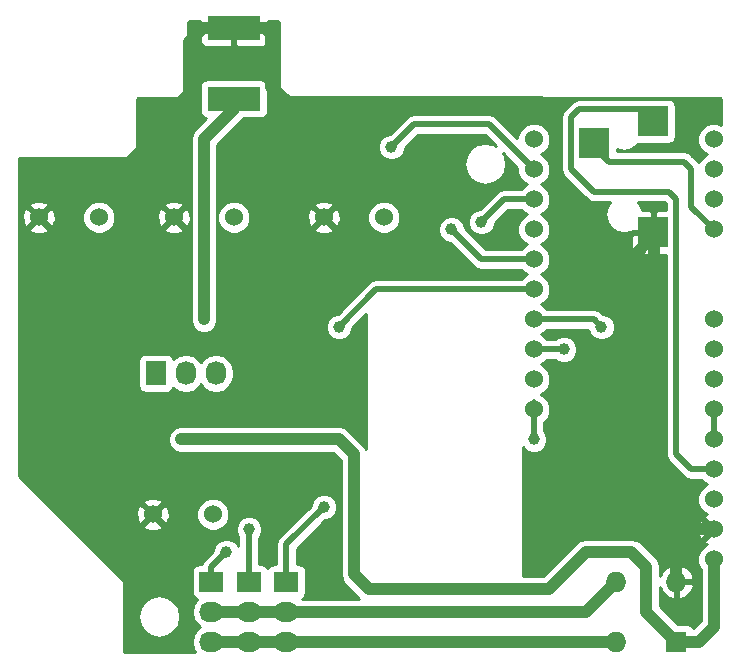
<source format=gtl>
G04 #@! TF.FileFunction,Copper,L1,Top,Signal*
%FSLAX46Y46*%
G04 Gerber Fmt 4.6, Leading zero omitted, Abs format (unit mm)*
G04 Created by KiCad (PCBNEW 4.0.1-stable) date 2016/06/15 21:34:56*
%MOMM*%
G01*
G04 APERTURE LIST*
%ADD10C,0.100000*%
%ADD11R,1.727200X1.727200*%
%ADD12O,1.727200X1.727200*%
%ADD13C,1.524000*%
%ADD14R,1.727200X2.032000*%
%ADD15O,1.727200X2.032000*%
%ADD16R,4.500000X2.000000*%
%ADD17R,2.032000X1.727200*%
%ADD18O,2.032000X1.727200*%
%ADD19R,2.500000X2.500000*%
%ADD20C,1.000000*%
%ADD21C,1.000000*%
%ADD22C,0.500000*%
%ADD23C,0.254000*%
G04 APERTURE END LIST*
D10*
D11*
X152946100Y-138658600D03*
D12*
X152946100Y-133578600D03*
X147866100Y-138658600D03*
X147866100Y-133578600D03*
D13*
X140881100Y-103733600D03*
X140881100Y-118973600D03*
X156121100Y-131673600D03*
X156121100Y-129133600D03*
X156121100Y-126593600D03*
X156121100Y-124053600D03*
X156121100Y-121513600D03*
X156121100Y-118973600D03*
X156121100Y-96113600D03*
X156121100Y-98653600D03*
X156121100Y-101193600D03*
X156121100Y-103733600D03*
X156121100Y-111353600D03*
X156121100Y-113893600D03*
X156121100Y-116433600D03*
X140881100Y-118973600D03*
X140881100Y-116433600D03*
X140881100Y-113893600D03*
X140881100Y-111353600D03*
X140881100Y-108813600D03*
X140881100Y-106273600D03*
X140881100Y-101193600D03*
X140881100Y-98653600D03*
X140881100Y-96113600D03*
X98971100Y-102717600D03*
X104051100Y-102717600D03*
X110401100Y-102717600D03*
X115481100Y-102717600D03*
X123101100Y-102717600D03*
X128181100Y-102717600D03*
X108623100Y-127863600D03*
X113703100Y-127863600D03*
D14*
X108877100Y-115925600D03*
D15*
X111417100Y-115925600D03*
X113957100Y-115925600D03*
D16*
X115481100Y-86668600D03*
X115481100Y-92668600D03*
D17*
X119926100Y-133578600D03*
D18*
X119926100Y-136118600D03*
X119926100Y-138658600D03*
D17*
X116751100Y-133578600D03*
D18*
X116751100Y-136118600D03*
X116751100Y-138658600D03*
D17*
X113576100Y-133578600D03*
D18*
X113576100Y-136118600D03*
X113576100Y-138658600D03*
D19*
X146001100Y-96378600D03*
X151001100Y-94578600D03*
X151001100Y-103978600D03*
D20*
X112941100Y-111353600D03*
X111036100Y-121513600D03*
X123101100Y-127228600D03*
X140881100Y-121513600D03*
X143421100Y-113893600D03*
X116751100Y-129133600D03*
X114846100Y-131038600D03*
X146596100Y-111988600D03*
X128816100Y-96748600D03*
X109131100Y-94843600D03*
X136436100Y-103098600D03*
X133896100Y-103733600D03*
X124371100Y-111988600D03*
D21*
X115481100Y-92668600D02*
X115481100Y-93573600D01*
X115481100Y-93573600D02*
X112941100Y-96113600D01*
X112941100Y-96113600D02*
X112941100Y-111353600D01*
X111036100Y-121513600D02*
X124371100Y-121513600D01*
X124371100Y-121513600D02*
X125641100Y-122783600D01*
X125641100Y-122783600D02*
X125641100Y-132943600D01*
X125641100Y-132943600D02*
X126911100Y-134213600D01*
X126911100Y-134213600D02*
X142151100Y-134213600D01*
X142151100Y-134213600D02*
X145326100Y-131038600D01*
X145326100Y-131038600D02*
X149136100Y-131038600D01*
X149136100Y-131038600D02*
X150406100Y-132308600D01*
X150406100Y-132308600D02*
X150406100Y-136118600D01*
X150406100Y-136118600D02*
X152946100Y-138658600D01*
X152946100Y-138658600D02*
X154851100Y-138658600D01*
X156121100Y-137388600D02*
X156121100Y-131673600D01*
X154851100Y-138658600D02*
X156121100Y-137388600D01*
D22*
X146001100Y-96378600D02*
X146001100Y-96788600D01*
X146001100Y-96788600D02*
X147231100Y-98018600D01*
X147231100Y-98018600D02*
X153581100Y-98018600D01*
X153581100Y-98018600D02*
X154216100Y-98653600D01*
X154216100Y-98653600D02*
X154216100Y-101828600D01*
X154216100Y-101828600D02*
X156121100Y-103733600D01*
X151001100Y-94578600D02*
X150776100Y-94578600D01*
X150776100Y-94578600D02*
X149771100Y-93573600D01*
X149771100Y-93573600D02*
X144691100Y-93573600D01*
X144691100Y-93573600D02*
X144056100Y-94208600D01*
X144056100Y-94208600D02*
X144056100Y-98653600D01*
X144056100Y-98653600D02*
X145961100Y-100558600D01*
X145961100Y-100558600D02*
X152311100Y-100558600D01*
X152311100Y-100558600D02*
X152946100Y-101193600D01*
X152946100Y-101193600D02*
X152946100Y-103098600D01*
X152946100Y-103098600D02*
X152946100Y-122783600D01*
X152946100Y-122783600D02*
X154216100Y-124053600D01*
X154216100Y-124053600D02*
X156121100Y-124053600D01*
X156121100Y-124053600D02*
X155486100Y-124053600D01*
X156121100Y-118973600D02*
X156121100Y-121513600D01*
X140881100Y-118338600D02*
X140881100Y-121513600D01*
X119926100Y-130403600D02*
X119926100Y-133578600D01*
X123101100Y-127228600D02*
X119926100Y-130403600D01*
X143421100Y-113893600D02*
X143421100Y-113893600D01*
X140881100Y-113893600D02*
X143421100Y-113893600D01*
X116751100Y-129133600D02*
X116751100Y-133578600D01*
X140881100Y-111353600D02*
X145961100Y-111353600D01*
X113576100Y-132308600D02*
X113576100Y-133578600D01*
X114846100Y-131038600D02*
X113576100Y-132308600D01*
X145961100Y-111353600D02*
X146596100Y-111988600D01*
D21*
X119926100Y-138658600D02*
X147866100Y-138658600D01*
X116751100Y-138658600D02*
X147866100Y-138658600D01*
X113576100Y-138658600D02*
X147866100Y-138658600D01*
X113576100Y-136118600D02*
X116751100Y-136118600D01*
X113576100Y-136118600D02*
X119926100Y-136118600D01*
X113576100Y-136118600D02*
X145326100Y-136118600D01*
X145326100Y-136118600D02*
X147866100Y-133578600D01*
D22*
X137071100Y-94843600D02*
X140881100Y-98653600D01*
X130721100Y-94843600D02*
X137071100Y-94843600D01*
X128816100Y-96748600D02*
X130721100Y-94843600D01*
D21*
X112861100Y-86668600D02*
X115481100Y-86668600D01*
X111671100Y-87858600D02*
X112861100Y-86668600D01*
X111671100Y-92303600D02*
X111671100Y-87858600D01*
X109131100Y-94843600D02*
X111671100Y-92303600D01*
X151041100Y-103733600D02*
X151041100Y-104163600D01*
X151041100Y-104163600D02*
X149136100Y-106273600D01*
X119926100Y-92938600D02*
X118656100Y-91668600D01*
X118656100Y-91668600D02*
X118656100Y-87223600D01*
X118656100Y-87223600D02*
X118101100Y-86668600D01*
X118101100Y-86668600D02*
X115481100Y-86668600D01*
X149136100Y-106273600D02*
X145961100Y-106273600D01*
X145961100Y-106273600D02*
X142786100Y-103098600D01*
X142786100Y-103098600D02*
X142786100Y-94208600D01*
X142786100Y-94208600D02*
X141516100Y-92938600D01*
X141516100Y-92938600D02*
X119926100Y-92938600D01*
X115481100Y-86668600D02*
X113496100Y-86668600D01*
X151041100Y-103733600D02*
X151041100Y-128498600D01*
X151041100Y-128498600D02*
X152946100Y-130403600D01*
X152946100Y-133578600D02*
X152946100Y-130403600D01*
X154216100Y-129133600D02*
X156121100Y-129133600D01*
X152946100Y-130403600D02*
X154216100Y-129133600D01*
D22*
X140881100Y-101193600D02*
X138341100Y-101193600D01*
X138341100Y-101193600D02*
X136436100Y-103098600D01*
X140881100Y-106273600D02*
X136436100Y-106273600D01*
X136436100Y-106273600D02*
X133896100Y-103733600D01*
X140881100Y-108813600D02*
X127546100Y-108813600D01*
X127546100Y-108813600D02*
X124371100Y-111988600D01*
D23*
G36*
X112596100Y-86382850D02*
X112754850Y-86541600D01*
X115354100Y-86541600D01*
X115354100Y-86521600D01*
X115608100Y-86521600D01*
X115608100Y-86541600D01*
X118207350Y-86541600D01*
X118366100Y-86382850D01*
X118366100Y-86054600D01*
X119157364Y-86054600D01*
X119256100Y-86153336D01*
X119256100Y-91409600D01*
X119308243Y-91671738D01*
X119456732Y-91893968D01*
X119956732Y-92393968D01*
X120178962Y-92542457D01*
X120441100Y-92594600D01*
X156627364Y-92594600D01*
X156726100Y-92693336D01*
X156726100Y-94852168D01*
X156400200Y-94716843D01*
X155844439Y-94716358D01*
X155330797Y-94928590D01*
X154937471Y-95321230D01*
X154724343Y-95834500D01*
X154723858Y-96390261D01*
X154936090Y-96903903D01*
X155328730Y-97297229D01*
X155536612Y-97383549D01*
X155330797Y-97468590D01*
X154937471Y-97861230D01*
X154858179Y-98052188D01*
X154841890Y-98027810D01*
X154841887Y-98027808D01*
X154206890Y-97392810D01*
X154179322Y-97374390D01*
X153919775Y-97200967D01*
X153863584Y-97189790D01*
X153581100Y-97133599D01*
X153581095Y-97133600D01*
X147898540Y-97133600D01*
X147898540Y-96941769D01*
X148501100Y-97061626D01*
X149106898Y-96941125D01*
X149620468Y-96597968D01*
X149707797Y-96467271D01*
X149751100Y-96476040D01*
X152251100Y-96476040D01*
X152486417Y-96431762D01*
X152702541Y-96292690D01*
X152847531Y-96080490D01*
X152898540Y-95828600D01*
X152898540Y-93328600D01*
X152854262Y-93093283D01*
X152715190Y-92877159D01*
X152502990Y-92732169D01*
X152251100Y-92681160D01*
X149751100Y-92681160D01*
X149711560Y-92688600D01*
X144691105Y-92688600D01*
X144691100Y-92688599D01*
X144352426Y-92755966D01*
X144257154Y-92819625D01*
X144065310Y-92947810D01*
X144065308Y-92947813D01*
X143430310Y-93582810D01*
X143238467Y-93869925D01*
X143238467Y-93869926D01*
X143171099Y-94208600D01*
X143171100Y-94208605D01*
X143171100Y-98653595D01*
X143171099Y-98653600D01*
X143226132Y-98930261D01*
X143238467Y-98992275D01*
X143430310Y-99279390D01*
X145335308Y-101184387D01*
X145335310Y-101184390D01*
X145622425Y-101376233D01*
X145678616Y-101387410D01*
X145961100Y-101443601D01*
X145961105Y-101443600D01*
X147315336Y-101443600D01*
X147038575Y-101857802D01*
X146918074Y-102463600D01*
X147038575Y-103069398D01*
X147381732Y-103582968D01*
X147895302Y-103926125D01*
X148501100Y-104046626D01*
X149106898Y-103926125D01*
X149252252Y-103829002D01*
X149274850Y-103851600D01*
X150874100Y-103851600D01*
X150874100Y-102252350D01*
X150715350Y-102093600D01*
X150010528Y-102093600D01*
X149963625Y-101857802D01*
X149686864Y-101443600D01*
X151944520Y-101443600D01*
X152061100Y-101560179D01*
X152061100Y-102093600D01*
X151286850Y-102093600D01*
X151128100Y-102252350D01*
X151128100Y-103851600D01*
X151148100Y-103851600D01*
X151148100Y-104105600D01*
X151128100Y-104105600D01*
X151128100Y-105704850D01*
X151286850Y-105863600D01*
X152061100Y-105863600D01*
X152061100Y-122783595D01*
X152061099Y-122783600D01*
X152086410Y-122910842D01*
X152128467Y-123122275D01*
X152320310Y-123409390D01*
X153590308Y-124679387D01*
X153590310Y-124679390D01*
X153836523Y-124843903D01*
X153877425Y-124871233D01*
X154216100Y-124938601D01*
X154216105Y-124938600D01*
X155030622Y-124938600D01*
X155328730Y-125237229D01*
X155536612Y-125323549D01*
X155330797Y-125408590D01*
X154937471Y-125801230D01*
X154724343Y-126314500D01*
X154723858Y-126870261D01*
X154936090Y-127383903D01*
X155328730Y-127777229D01*
X155520827Y-127856995D01*
X155389957Y-127911203D01*
X155320492Y-128153387D01*
X156121100Y-128953995D01*
X156135243Y-128939853D01*
X156314848Y-129119458D01*
X156300705Y-129133600D01*
X156314848Y-129147743D01*
X156135243Y-129327348D01*
X156121100Y-129313205D01*
X155320492Y-130113813D01*
X155389957Y-130355997D01*
X155530418Y-130406109D01*
X155330797Y-130488590D01*
X154937471Y-130881230D01*
X154724343Y-131394500D01*
X154723858Y-131950261D01*
X154936090Y-132463903D01*
X154986100Y-132514000D01*
X154986100Y-136918468D01*
X154386247Y-137518321D01*
X154273790Y-137343559D01*
X154061590Y-137198569D01*
X153809700Y-137147560D01*
X153040193Y-137147560D01*
X151541100Y-135648468D01*
X151541100Y-134044242D01*
X151739279Y-134467090D01*
X152171153Y-134861288D01*
X152587074Y-135033558D01*
X152819100Y-134912417D01*
X152819100Y-133705600D01*
X153073100Y-133705600D01*
X153073100Y-134912417D01*
X153305126Y-135033558D01*
X153721047Y-134861288D01*
X154152921Y-134467090D01*
X154401068Y-133937627D01*
X154280569Y-133705600D01*
X153073100Y-133705600D01*
X152819100Y-133705600D01*
X152799100Y-133705600D01*
X152799100Y-133451600D01*
X152819100Y-133451600D01*
X152819100Y-132244783D01*
X153073100Y-132244783D01*
X153073100Y-133451600D01*
X154280569Y-133451600D01*
X154401068Y-133219573D01*
X154152921Y-132690110D01*
X153721047Y-132295912D01*
X153305126Y-132123642D01*
X153073100Y-132244783D01*
X152819100Y-132244783D01*
X152587074Y-132123642D01*
X152171153Y-132295912D01*
X151739279Y-132690110D01*
X151541100Y-133112958D01*
X151541100Y-132308600D01*
X151454703Y-131874254D01*
X151208666Y-131506034D01*
X149938666Y-130236034D01*
X149815293Y-130153599D01*
X149570446Y-129989997D01*
X149136100Y-129903600D01*
X145326100Y-129903600D01*
X144891754Y-129989997D01*
X144646907Y-130153599D01*
X144523534Y-130236034D01*
X141680968Y-133078600D01*
X139918397Y-133078600D01*
X139936100Y-132989600D01*
X139936100Y-128925902D01*
X154711956Y-128925902D01*
X154739738Y-129480968D01*
X154898703Y-129864743D01*
X155140887Y-129934208D01*
X155941495Y-129133600D01*
X155140887Y-128332992D01*
X154898703Y-128402457D01*
X154711956Y-128925902D01*
X139936100Y-128925902D01*
X139936100Y-122173484D01*
X140237335Y-122475245D01*
X140654344Y-122648403D01*
X141105875Y-122648797D01*
X141523186Y-122476367D01*
X141842745Y-122157365D01*
X142015903Y-121740356D01*
X142016297Y-121288825D01*
X141843867Y-120871514D01*
X141766100Y-120793611D01*
X141766100Y-120064078D01*
X142064729Y-119765970D01*
X142277857Y-119252700D01*
X142278342Y-118696939D01*
X142066110Y-118183297D01*
X141673470Y-117789971D01*
X141514280Y-117723870D01*
X141506890Y-117712810D01*
X141482638Y-117696606D01*
X141671403Y-117618610D01*
X142064729Y-117225970D01*
X142277857Y-116712700D01*
X142278342Y-116156939D01*
X142066110Y-115643297D01*
X141673470Y-115249971D01*
X141465588Y-115163651D01*
X141671403Y-115078610D01*
X141971937Y-114778600D01*
X142700824Y-114778600D01*
X142777335Y-114855245D01*
X143194344Y-115028403D01*
X143645875Y-115028797D01*
X144063186Y-114856367D01*
X144382745Y-114537365D01*
X144555903Y-114120356D01*
X144556297Y-113668825D01*
X144383867Y-113251514D01*
X144064865Y-112931955D01*
X143647856Y-112758797D01*
X143196325Y-112758403D01*
X142779014Y-112930833D01*
X142701111Y-113008600D01*
X141971578Y-113008600D01*
X141673470Y-112709971D01*
X141465588Y-112623651D01*
X141671403Y-112538610D01*
X141971937Y-112238600D01*
X145471326Y-112238600D01*
X145633333Y-112630686D01*
X145952335Y-112950245D01*
X146369344Y-113123403D01*
X146820875Y-113123797D01*
X147238186Y-112951367D01*
X147557745Y-112632365D01*
X147730903Y-112215356D01*
X147731297Y-111763825D01*
X147558867Y-111346514D01*
X147239865Y-111026955D01*
X146822856Y-110853797D01*
X146712781Y-110853701D01*
X146586890Y-110727810D01*
X146559988Y-110709835D01*
X146299775Y-110535967D01*
X146243584Y-110524790D01*
X145961100Y-110468599D01*
X145961095Y-110468600D01*
X141971578Y-110468600D01*
X141673470Y-110169971D01*
X141465588Y-110083651D01*
X141671403Y-109998610D01*
X142064729Y-109605970D01*
X142277857Y-109092700D01*
X142278342Y-108536939D01*
X142066110Y-108023297D01*
X141673470Y-107629971D01*
X141465588Y-107543651D01*
X141671403Y-107458610D01*
X142064729Y-107065970D01*
X142277857Y-106552700D01*
X142278342Y-105996939D01*
X142066110Y-105483297D01*
X141673470Y-105089971D01*
X141465588Y-105003651D01*
X141671403Y-104918610D01*
X142064729Y-104525970D01*
X142173362Y-104264350D01*
X149116100Y-104264350D01*
X149116100Y-105354909D01*
X149212773Y-105588298D01*
X149391401Y-105766927D01*
X149624790Y-105863600D01*
X150715350Y-105863600D01*
X150874100Y-105704850D01*
X150874100Y-104105600D01*
X149274850Y-104105600D01*
X149116100Y-104264350D01*
X142173362Y-104264350D01*
X142277857Y-104012700D01*
X142278342Y-103456939D01*
X142066110Y-102943297D01*
X141673470Y-102549971D01*
X141465588Y-102463651D01*
X141671403Y-102378610D01*
X142064729Y-101985970D01*
X142277857Y-101472700D01*
X142278342Y-100916939D01*
X142066110Y-100403297D01*
X141673470Y-100009971D01*
X141465588Y-99923651D01*
X141671403Y-99838610D01*
X142064729Y-99445970D01*
X142277857Y-98932700D01*
X142278342Y-98376939D01*
X142066110Y-97863297D01*
X141673470Y-97469971D01*
X141465588Y-97383651D01*
X141671403Y-97298610D01*
X142064729Y-96905970D01*
X142277857Y-96392700D01*
X142278342Y-95836939D01*
X142066110Y-95323297D01*
X141673470Y-94929971D01*
X141160200Y-94716843D01*
X140604439Y-94716358D01*
X140090797Y-94928590D01*
X139697471Y-95321230D01*
X139484343Y-95834500D01*
X139484194Y-96005115D01*
X137696890Y-94217810D01*
X137569498Y-94132690D01*
X137409775Y-94025967D01*
X137319178Y-94007946D01*
X137071100Y-93958599D01*
X137071095Y-93958600D01*
X130721105Y-93958600D01*
X130721100Y-93958599D01*
X130473022Y-94007946D01*
X130382425Y-94025967D01*
X130095310Y-94217810D01*
X130095308Y-94217813D01*
X128699623Y-95613497D01*
X128591325Y-95613403D01*
X128174014Y-95785833D01*
X127854455Y-96104835D01*
X127681297Y-96521844D01*
X127680903Y-96973375D01*
X127853333Y-97390686D01*
X128172335Y-97710245D01*
X128589344Y-97883403D01*
X129040875Y-97883797D01*
X129458186Y-97711367D01*
X129777745Y-97392365D01*
X129950903Y-96975356D01*
X129950999Y-96865281D01*
X131087679Y-95728600D01*
X136704520Y-95728600D01*
X137654160Y-96678239D01*
X137443790Y-96537675D01*
X136760700Y-96401800D01*
X136077610Y-96537675D01*
X135498514Y-96924614D01*
X135111575Y-97503710D01*
X134975700Y-98186800D01*
X135111575Y-98869890D01*
X135498514Y-99448986D01*
X136077610Y-99835925D01*
X136760700Y-99971800D01*
X137443790Y-99835925D01*
X138022886Y-99448986D01*
X138409825Y-98869890D01*
X138545700Y-98186800D01*
X138409825Y-97503710D01*
X138269260Y-97293340D01*
X139484226Y-98508305D01*
X139483858Y-98930261D01*
X139696090Y-99443903D01*
X140088730Y-99837229D01*
X140296612Y-99923549D01*
X140090797Y-100008590D01*
X139790263Y-100308600D01*
X138341105Y-100308600D01*
X138341100Y-100308599D01*
X138058616Y-100364790D01*
X138002425Y-100375967D01*
X137715310Y-100567810D01*
X137715308Y-100567813D01*
X136319623Y-101963497D01*
X136211325Y-101963403D01*
X135794014Y-102135833D01*
X135474455Y-102454835D01*
X135301297Y-102871844D01*
X135300903Y-103323375D01*
X135473333Y-103740686D01*
X135792335Y-104060245D01*
X136209344Y-104233403D01*
X136660875Y-104233797D01*
X137078186Y-104061367D01*
X137397745Y-103742365D01*
X137570903Y-103325356D01*
X137570999Y-103215281D01*
X138707679Y-102078600D01*
X139790622Y-102078600D01*
X140088730Y-102377229D01*
X140296612Y-102463549D01*
X140090797Y-102548590D01*
X139697471Y-102941230D01*
X139484343Y-103454500D01*
X139483858Y-104010261D01*
X139696090Y-104523903D01*
X140088730Y-104917229D01*
X140296612Y-105003549D01*
X140090797Y-105088590D01*
X139790263Y-105388600D01*
X136802679Y-105388600D01*
X135031203Y-103617123D01*
X135031297Y-103508825D01*
X134858867Y-103091514D01*
X134539865Y-102771955D01*
X134122856Y-102598797D01*
X133671325Y-102598403D01*
X133254014Y-102770833D01*
X132934455Y-103089835D01*
X132761297Y-103506844D01*
X132760903Y-103958375D01*
X132933333Y-104375686D01*
X133252335Y-104695245D01*
X133669344Y-104868403D01*
X133779419Y-104868499D01*
X135810308Y-106899387D01*
X135810310Y-106899390D01*
X136056523Y-107063903D01*
X136097425Y-107091233D01*
X136436100Y-107158600D01*
X139790622Y-107158600D01*
X140088730Y-107457229D01*
X140296612Y-107543549D01*
X140090797Y-107628590D01*
X139790263Y-107928600D01*
X127546105Y-107928600D01*
X127546100Y-107928599D01*
X127263616Y-107984790D01*
X127207425Y-107995967D01*
X126920310Y-108187810D01*
X126920308Y-108187813D01*
X124254623Y-110853497D01*
X124146325Y-110853403D01*
X123729014Y-111025833D01*
X123409455Y-111344835D01*
X123236297Y-111761844D01*
X123235903Y-112213375D01*
X123408333Y-112630686D01*
X123727335Y-112950245D01*
X124144344Y-113123403D01*
X124595875Y-113123797D01*
X125013186Y-112951367D01*
X125332745Y-112632365D01*
X125505903Y-112215356D01*
X125505999Y-112105281D01*
X126676100Y-110935179D01*
X126676100Y-122328896D01*
X126443666Y-121981034D01*
X125173666Y-120711034D01*
X124805446Y-120464997D01*
X124371100Y-120378600D01*
X111037090Y-120378600D01*
X110811325Y-120378403D01*
X110394014Y-120550833D01*
X110074455Y-120869835D01*
X109901297Y-121286844D01*
X109900903Y-121738375D01*
X110073333Y-122155686D01*
X110392335Y-122475245D01*
X110809344Y-122648403D01*
X111260875Y-122648797D01*
X111261352Y-122648600D01*
X123900968Y-122648600D01*
X124506100Y-123253732D01*
X124506100Y-132943600D01*
X124592497Y-133377946D01*
X124706953Y-133549241D01*
X124838534Y-133746166D01*
X126075968Y-134983600D01*
X121273398Y-134983600D01*
X121393541Y-134906290D01*
X121538531Y-134694090D01*
X121589540Y-134442200D01*
X121589540Y-132715000D01*
X121545262Y-132479683D01*
X121406190Y-132263559D01*
X121193990Y-132118569D01*
X120942100Y-132067560D01*
X120811100Y-132067560D01*
X120811100Y-130770180D01*
X123217577Y-128363703D01*
X123325875Y-128363797D01*
X123743186Y-128191367D01*
X124062745Y-127872365D01*
X124235903Y-127455356D01*
X124236297Y-127003825D01*
X124063867Y-126586514D01*
X123744865Y-126266955D01*
X123327856Y-126093797D01*
X122876325Y-126093403D01*
X122459014Y-126265833D01*
X122139455Y-126584835D01*
X121966297Y-127001844D01*
X121966201Y-127111920D01*
X119300310Y-129777810D01*
X119108467Y-130064925D01*
X119108467Y-130064926D01*
X119041099Y-130403600D01*
X119041100Y-130403605D01*
X119041100Y-132067560D01*
X118910100Y-132067560D01*
X118674783Y-132111838D01*
X118458659Y-132250910D01*
X118337322Y-132428493D01*
X118231190Y-132263559D01*
X118018990Y-132118569D01*
X117767100Y-132067560D01*
X117636100Y-132067560D01*
X117636100Y-129853876D01*
X117712745Y-129777365D01*
X117885903Y-129360356D01*
X117886297Y-128908825D01*
X117713867Y-128491514D01*
X117394865Y-128171955D01*
X116977856Y-127998797D01*
X116526325Y-127998403D01*
X116109014Y-128170833D01*
X115789455Y-128489835D01*
X115616297Y-128906844D01*
X115615903Y-129358375D01*
X115788333Y-129775686D01*
X115866100Y-129853589D01*
X115866100Y-130535028D01*
X115808867Y-130396514D01*
X115489865Y-130076955D01*
X115072856Y-129903797D01*
X114621325Y-129903403D01*
X114204014Y-130075833D01*
X113884455Y-130394835D01*
X113711297Y-130811844D01*
X113711201Y-130921920D01*
X112950310Y-131682810D01*
X112758467Y-131969925D01*
X112758467Y-131969926D01*
X112739046Y-132067560D01*
X112560100Y-132067560D01*
X112324783Y-132111838D01*
X112108659Y-132250910D01*
X111963669Y-132463110D01*
X111912660Y-132715000D01*
X111912660Y-134442200D01*
X111956938Y-134677517D01*
X112096010Y-134893641D01*
X112308210Y-135038631D01*
X112349539Y-135047000D01*
X112331685Y-135058930D01*
X112006829Y-135545111D01*
X111892755Y-136118600D01*
X112006829Y-136692089D01*
X112331685Y-137178270D01*
X112646466Y-137388600D01*
X112331685Y-137598930D01*
X112006829Y-138085111D01*
X111892755Y-138658600D01*
X112006829Y-139232089D01*
X112168870Y-139474600D01*
X106206100Y-139474600D01*
X106206100Y-136506800D01*
X107355700Y-136506800D01*
X107491575Y-137189890D01*
X107878514Y-137768986D01*
X108457610Y-138155925D01*
X109140700Y-138291800D01*
X109823790Y-138155925D01*
X110402886Y-137768986D01*
X110789825Y-137189890D01*
X110925700Y-136506800D01*
X110789825Y-135823710D01*
X110402886Y-135244614D01*
X109823790Y-134857675D01*
X109140700Y-134721800D01*
X108457610Y-134857675D01*
X107878514Y-135244614D01*
X107491575Y-135823710D01*
X107355700Y-136506800D01*
X106206100Y-136506800D01*
X106206100Y-133829600D01*
X106153957Y-133567462D01*
X106005468Y-133345232D01*
X101504049Y-128843813D01*
X107822492Y-128843813D01*
X107891957Y-129085997D01*
X108415402Y-129272744D01*
X108970468Y-129244962D01*
X109354243Y-129085997D01*
X109423708Y-128843813D01*
X108623100Y-128043205D01*
X107822492Y-128843813D01*
X101504049Y-128843813D01*
X100316138Y-127655902D01*
X107213956Y-127655902D01*
X107241738Y-128210968D01*
X107400703Y-128594743D01*
X107642887Y-128664208D01*
X108443495Y-127863600D01*
X108802705Y-127863600D01*
X109603313Y-128664208D01*
X109845497Y-128594743D01*
X110007640Y-128140261D01*
X112305858Y-128140261D01*
X112518090Y-128653903D01*
X112910730Y-129047229D01*
X113424000Y-129260357D01*
X113979761Y-129260842D01*
X114493403Y-129048610D01*
X114886729Y-128655970D01*
X115099857Y-128142700D01*
X115100342Y-127586939D01*
X114888110Y-127073297D01*
X114495470Y-126679971D01*
X113982200Y-126466843D01*
X113426439Y-126466358D01*
X112912797Y-126678590D01*
X112519471Y-127071230D01*
X112306343Y-127584500D01*
X112305858Y-128140261D01*
X110007640Y-128140261D01*
X110032244Y-128071298D01*
X110004462Y-127516232D01*
X109845497Y-127132457D01*
X109603313Y-127062992D01*
X108802705Y-127863600D01*
X108443495Y-127863600D01*
X107642887Y-127062992D01*
X107400703Y-127132457D01*
X107213956Y-127655902D01*
X100316138Y-127655902D01*
X99543623Y-126883387D01*
X107822492Y-126883387D01*
X108623100Y-127683995D01*
X109423708Y-126883387D01*
X109354243Y-126641203D01*
X108830798Y-126454456D01*
X108275732Y-126482238D01*
X107891957Y-126641203D01*
X107822492Y-126883387D01*
X99543623Y-126883387D01*
X97296100Y-124635864D01*
X97296100Y-114909600D01*
X107366060Y-114909600D01*
X107366060Y-116941600D01*
X107410338Y-117176917D01*
X107549410Y-117393041D01*
X107761610Y-117538031D01*
X108013500Y-117589040D01*
X109740700Y-117589040D01*
X109976017Y-117544762D01*
X110192141Y-117405690D01*
X110337131Y-117193490D01*
X110345500Y-117152161D01*
X110357430Y-117170015D01*
X110843611Y-117494871D01*
X111417100Y-117608945D01*
X111990589Y-117494871D01*
X112476770Y-117170015D01*
X112687100Y-116855234D01*
X112897430Y-117170015D01*
X113383611Y-117494871D01*
X113957100Y-117608945D01*
X114530589Y-117494871D01*
X115016770Y-117170015D01*
X115341626Y-116683834D01*
X115455700Y-116110345D01*
X115455700Y-115740855D01*
X115341626Y-115167366D01*
X115016770Y-114681185D01*
X114530589Y-114356329D01*
X113957100Y-114242255D01*
X113383611Y-114356329D01*
X112897430Y-114681185D01*
X112687100Y-114995966D01*
X112476770Y-114681185D01*
X111990589Y-114356329D01*
X111417100Y-114242255D01*
X110843611Y-114356329D01*
X110357430Y-114681185D01*
X110347857Y-114695513D01*
X110343862Y-114674283D01*
X110204790Y-114458159D01*
X109992590Y-114313169D01*
X109740700Y-114262160D01*
X108013500Y-114262160D01*
X107778183Y-114306438D01*
X107562059Y-114445510D01*
X107417069Y-114657710D01*
X107366060Y-114909600D01*
X97296100Y-114909600D01*
X97296100Y-103697813D01*
X98170492Y-103697813D01*
X98239957Y-103939997D01*
X98763402Y-104126744D01*
X99318468Y-104098962D01*
X99702243Y-103939997D01*
X99771708Y-103697813D01*
X98971100Y-102897205D01*
X98170492Y-103697813D01*
X97296100Y-103697813D01*
X97296100Y-102509902D01*
X97561956Y-102509902D01*
X97589738Y-103064968D01*
X97748703Y-103448743D01*
X97990887Y-103518208D01*
X98791495Y-102717600D01*
X99150705Y-102717600D01*
X99951313Y-103518208D01*
X100193497Y-103448743D01*
X100355640Y-102994261D01*
X102653858Y-102994261D01*
X102866090Y-103507903D01*
X103258730Y-103901229D01*
X103772000Y-104114357D01*
X104327761Y-104114842D01*
X104841403Y-103902610D01*
X105046557Y-103697813D01*
X109600492Y-103697813D01*
X109669957Y-103939997D01*
X110193402Y-104126744D01*
X110748468Y-104098962D01*
X111132243Y-103939997D01*
X111201708Y-103697813D01*
X110401100Y-102897205D01*
X109600492Y-103697813D01*
X105046557Y-103697813D01*
X105234729Y-103509970D01*
X105447857Y-102996700D01*
X105448281Y-102509902D01*
X108991956Y-102509902D01*
X109019738Y-103064968D01*
X109178703Y-103448743D01*
X109420887Y-103518208D01*
X110221495Y-102717600D01*
X110580705Y-102717600D01*
X111381313Y-103518208D01*
X111623497Y-103448743D01*
X111806100Y-102936913D01*
X111806100Y-111352610D01*
X111805903Y-111578375D01*
X111978333Y-111995686D01*
X112297335Y-112315245D01*
X112714344Y-112488403D01*
X113165875Y-112488797D01*
X113583186Y-112316367D01*
X113902745Y-111997365D01*
X114075903Y-111580356D01*
X114076297Y-111128825D01*
X114076100Y-111128348D01*
X114076100Y-102994261D01*
X114083858Y-102994261D01*
X114296090Y-103507903D01*
X114688730Y-103901229D01*
X115202000Y-104114357D01*
X115757761Y-104114842D01*
X116271403Y-103902610D01*
X116476557Y-103697813D01*
X122300492Y-103697813D01*
X122369957Y-103939997D01*
X122893402Y-104126744D01*
X123448468Y-104098962D01*
X123832243Y-103939997D01*
X123901708Y-103697813D01*
X123101100Y-102897205D01*
X122300492Y-103697813D01*
X116476557Y-103697813D01*
X116664729Y-103509970D01*
X116877857Y-102996700D01*
X116878281Y-102509902D01*
X121691956Y-102509902D01*
X121719738Y-103064968D01*
X121878703Y-103448743D01*
X122120887Y-103518208D01*
X122921495Y-102717600D01*
X123280705Y-102717600D01*
X124081313Y-103518208D01*
X124323497Y-103448743D01*
X124485640Y-102994261D01*
X126783858Y-102994261D01*
X126996090Y-103507903D01*
X127388730Y-103901229D01*
X127902000Y-104114357D01*
X128457761Y-104114842D01*
X128971403Y-103902610D01*
X129364729Y-103509970D01*
X129577857Y-102996700D01*
X129578342Y-102440939D01*
X129366110Y-101927297D01*
X128973470Y-101533971D01*
X128460200Y-101320843D01*
X127904439Y-101320358D01*
X127390797Y-101532590D01*
X126997471Y-101925230D01*
X126784343Y-102438500D01*
X126783858Y-102994261D01*
X124485640Y-102994261D01*
X124510244Y-102925298D01*
X124482462Y-102370232D01*
X124323497Y-101986457D01*
X124081313Y-101916992D01*
X123280705Y-102717600D01*
X122921495Y-102717600D01*
X122120887Y-101916992D01*
X121878703Y-101986457D01*
X121691956Y-102509902D01*
X116878281Y-102509902D01*
X116878342Y-102440939D01*
X116666110Y-101927297D01*
X116476532Y-101737387D01*
X122300492Y-101737387D01*
X123101100Y-102537995D01*
X123901708Y-101737387D01*
X123832243Y-101495203D01*
X123308798Y-101308456D01*
X122753732Y-101336238D01*
X122369957Y-101495203D01*
X122300492Y-101737387D01*
X116476532Y-101737387D01*
X116273470Y-101533971D01*
X115760200Y-101320843D01*
X115204439Y-101320358D01*
X114690797Y-101532590D01*
X114297471Y-101925230D01*
X114084343Y-102438500D01*
X114083858Y-102994261D01*
X114076100Y-102994261D01*
X114076100Y-96583732D01*
X116283666Y-94376167D01*
X116323842Y-94316040D01*
X117731100Y-94316040D01*
X117966417Y-94271762D01*
X118182541Y-94132690D01*
X118327531Y-93920490D01*
X118378540Y-93668600D01*
X118378540Y-91668600D01*
X118334262Y-91433283D01*
X118195190Y-91217159D01*
X117982990Y-91072169D01*
X117731100Y-91021160D01*
X113231100Y-91021160D01*
X112995783Y-91065438D01*
X112779659Y-91204510D01*
X112634669Y-91416710D01*
X112583660Y-91668600D01*
X112583660Y-93668600D01*
X112627938Y-93903917D01*
X112767010Y-94120041D01*
X112979210Y-94265031D01*
X113149959Y-94299609D01*
X112138534Y-95311034D01*
X111892497Y-95679254D01*
X111806100Y-96113600D01*
X111806100Y-102842504D01*
X111782462Y-102370232D01*
X111623497Y-101986457D01*
X111381313Y-101916992D01*
X110580705Y-102717600D01*
X110221495Y-102717600D01*
X109420887Y-101916992D01*
X109178703Y-101986457D01*
X108991956Y-102509902D01*
X105448281Y-102509902D01*
X105448342Y-102440939D01*
X105236110Y-101927297D01*
X105046532Y-101737387D01*
X109600492Y-101737387D01*
X110401100Y-102537995D01*
X111201708Y-101737387D01*
X111132243Y-101495203D01*
X110608798Y-101308456D01*
X110053732Y-101336238D01*
X109669957Y-101495203D01*
X109600492Y-101737387D01*
X105046532Y-101737387D01*
X104843470Y-101533971D01*
X104330200Y-101320843D01*
X103774439Y-101320358D01*
X103260797Y-101532590D01*
X102867471Y-101925230D01*
X102654343Y-102438500D01*
X102653858Y-102994261D01*
X100355640Y-102994261D01*
X100380244Y-102925298D01*
X100352462Y-102370232D01*
X100193497Y-101986457D01*
X99951313Y-101916992D01*
X99150705Y-102717600D01*
X98791495Y-102717600D01*
X97990887Y-101916992D01*
X97748703Y-101986457D01*
X97561956Y-102509902D01*
X97296100Y-102509902D01*
X97296100Y-101737387D01*
X98170492Y-101737387D01*
X98971100Y-102537995D01*
X99771708Y-101737387D01*
X99702243Y-101495203D01*
X99178798Y-101308456D01*
X98623732Y-101336238D01*
X98239957Y-101495203D01*
X98170492Y-101737387D01*
X97296100Y-101737387D01*
X97296100Y-97714600D01*
X106111100Y-97714600D01*
X106373238Y-97662457D01*
X106595468Y-97513968D01*
X107085468Y-97023968D01*
X107233957Y-96801738D01*
X107286100Y-96539600D01*
X107286100Y-92723336D01*
X107384836Y-92624600D01*
X110441100Y-92624600D01*
X110703238Y-92572457D01*
X110925468Y-92423968D01*
X111425468Y-91923968D01*
X111573957Y-91701738D01*
X111626100Y-91439600D01*
X111626100Y-86954350D01*
X112596100Y-86954350D01*
X112596100Y-87794909D01*
X112692773Y-88028298D01*
X112871401Y-88206927D01*
X113104790Y-88303600D01*
X115195350Y-88303600D01*
X115354100Y-88144850D01*
X115354100Y-86795600D01*
X115608100Y-86795600D01*
X115608100Y-88144850D01*
X115766850Y-88303600D01*
X117857410Y-88303600D01*
X118090799Y-88206927D01*
X118269427Y-88028298D01*
X118366100Y-87794909D01*
X118366100Y-86954350D01*
X118207350Y-86795600D01*
X115608100Y-86795600D01*
X115354100Y-86795600D01*
X112754850Y-86795600D01*
X112596100Y-86954350D01*
X111626100Y-86954350D01*
X111626100Y-86153336D01*
X111724836Y-86054600D01*
X112596100Y-86054600D01*
X112596100Y-86382850D01*
X112596100Y-86382850D01*
G37*
X112596100Y-86382850D02*
X112754850Y-86541600D01*
X115354100Y-86541600D01*
X115354100Y-86521600D01*
X115608100Y-86521600D01*
X115608100Y-86541600D01*
X118207350Y-86541600D01*
X118366100Y-86382850D01*
X118366100Y-86054600D01*
X119157364Y-86054600D01*
X119256100Y-86153336D01*
X119256100Y-91409600D01*
X119308243Y-91671738D01*
X119456732Y-91893968D01*
X119956732Y-92393968D01*
X120178962Y-92542457D01*
X120441100Y-92594600D01*
X156627364Y-92594600D01*
X156726100Y-92693336D01*
X156726100Y-94852168D01*
X156400200Y-94716843D01*
X155844439Y-94716358D01*
X155330797Y-94928590D01*
X154937471Y-95321230D01*
X154724343Y-95834500D01*
X154723858Y-96390261D01*
X154936090Y-96903903D01*
X155328730Y-97297229D01*
X155536612Y-97383549D01*
X155330797Y-97468590D01*
X154937471Y-97861230D01*
X154858179Y-98052188D01*
X154841890Y-98027810D01*
X154841887Y-98027808D01*
X154206890Y-97392810D01*
X154179322Y-97374390D01*
X153919775Y-97200967D01*
X153863584Y-97189790D01*
X153581100Y-97133599D01*
X153581095Y-97133600D01*
X147898540Y-97133600D01*
X147898540Y-96941769D01*
X148501100Y-97061626D01*
X149106898Y-96941125D01*
X149620468Y-96597968D01*
X149707797Y-96467271D01*
X149751100Y-96476040D01*
X152251100Y-96476040D01*
X152486417Y-96431762D01*
X152702541Y-96292690D01*
X152847531Y-96080490D01*
X152898540Y-95828600D01*
X152898540Y-93328600D01*
X152854262Y-93093283D01*
X152715190Y-92877159D01*
X152502990Y-92732169D01*
X152251100Y-92681160D01*
X149751100Y-92681160D01*
X149711560Y-92688600D01*
X144691105Y-92688600D01*
X144691100Y-92688599D01*
X144352426Y-92755966D01*
X144257154Y-92819625D01*
X144065310Y-92947810D01*
X144065308Y-92947813D01*
X143430310Y-93582810D01*
X143238467Y-93869925D01*
X143238467Y-93869926D01*
X143171099Y-94208600D01*
X143171100Y-94208605D01*
X143171100Y-98653595D01*
X143171099Y-98653600D01*
X143226132Y-98930261D01*
X143238467Y-98992275D01*
X143430310Y-99279390D01*
X145335308Y-101184387D01*
X145335310Y-101184390D01*
X145622425Y-101376233D01*
X145678616Y-101387410D01*
X145961100Y-101443601D01*
X145961105Y-101443600D01*
X147315336Y-101443600D01*
X147038575Y-101857802D01*
X146918074Y-102463600D01*
X147038575Y-103069398D01*
X147381732Y-103582968D01*
X147895302Y-103926125D01*
X148501100Y-104046626D01*
X149106898Y-103926125D01*
X149252252Y-103829002D01*
X149274850Y-103851600D01*
X150874100Y-103851600D01*
X150874100Y-102252350D01*
X150715350Y-102093600D01*
X150010528Y-102093600D01*
X149963625Y-101857802D01*
X149686864Y-101443600D01*
X151944520Y-101443600D01*
X152061100Y-101560179D01*
X152061100Y-102093600D01*
X151286850Y-102093600D01*
X151128100Y-102252350D01*
X151128100Y-103851600D01*
X151148100Y-103851600D01*
X151148100Y-104105600D01*
X151128100Y-104105600D01*
X151128100Y-105704850D01*
X151286850Y-105863600D01*
X152061100Y-105863600D01*
X152061100Y-122783595D01*
X152061099Y-122783600D01*
X152086410Y-122910842D01*
X152128467Y-123122275D01*
X152320310Y-123409390D01*
X153590308Y-124679387D01*
X153590310Y-124679390D01*
X153836523Y-124843903D01*
X153877425Y-124871233D01*
X154216100Y-124938601D01*
X154216105Y-124938600D01*
X155030622Y-124938600D01*
X155328730Y-125237229D01*
X155536612Y-125323549D01*
X155330797Y-125408590D01*
X154937471Y-125801230D01*
X154724343Y-126314500D01*
X154723858Y-126870261D01*
X154936090Y-127383903D01*
X155328730Y-127777229D01*
X155520827Y-127856995D01*
X155389957Y-127911203D01*
X155320492Y-128153387D01*
X156121100Y-128953995D01*
X156135243Y-128939853D01*
X156314848Y-129119458D01*
X156300705Y-129133600D01*
X156314848Y-129147743D01*
X156135243Y-129327348D01*
X156121100Y-129313205D01*
X155320492Y-130113813D01*
X155389957Y-130355997D01*
X155530418Y-130406109D01*
X155330797Y-130488590D01*
X154937471Y-130881230D01*
X154724343Y-131394500D01*
X154723858Y-131950261D01*
X154936090Y-132463903D01*
X154986100Y-132514000D01*
X154986100Y-136918468D01*
X154386247Y-137518321D01*
X154273790Y-137343559D01*
X154061590Y-137198569D01*
X153809700Y-137147560D01*
X153040193Y-137147560D01*
X151541100Y-135648468D01*
X151541100Y-134044242D01*
X151739279Y-134467090D01*
X152171153Y-134861288D01*
X152587074Y-135033558D01*
X152819100Y-134912417D01*
X152819100Y-133705600D01*
X153073100Y-133705600D01*
X153073100Y-134912417D01*
X153305126Y-135033558D01*
X153721047Y-134861288D01*
X154152921Y-134467090D01*
X154401068Y-133937627D01*
X154280569Y-133705600D01*
X153073100Y-133705600D01*
X152819100Y-133705600D01*
X152799100Y-133705600D01*
X152799100Y-133451600D01*
X152819100Y-133451600D01*
X152819100Y-132244783D01*
X153073100Y-132244783D01*
X153073100Y-133451600D01*
X154280569Y-133451600D01*
X154401068Y-133219573D01*
X154152921Y-132690110D01*
X153721047Y-132295912D01*
X153305126Y-132123642D01*
X153073100Y-132244783D01*
X152819100Y-132244783D01*
X152587074Y-132123642D01*
X152171153Y-132295912D01*
X151739279Y-132690110D01*
X151541100Y-133112958D01*
X151541100Y-132308600D01*
X151454703Y-131874254D01*
X151208666Y-131506034D01*
X149938666Y-130236034D01*
X149815293Y-130153599D01*
X149570446Y-129989997D01*
X149136100Y-129903600D01*
X145326100Y-129903600D01*
X144891754Y-129989997D01*
X144646907Y-130153599D01*
X144523534Y-130236034D01*
X141680968Y-133078600D01*
X139918397Y-133078600D01*
X139936100Y-132989600D01*
X139936100Y-128925902D01*
X154711956Y-128925902D01*
X154739738Y-129480968D01*
X154898703Y-129864743D01*
X155140887Y-129934208D01*
X155941495Y-129133600D01*
X155140887Y-128332992D01*
X154898703Y-128402457D01*
X154711956Y-128925902D01*
X139936100Y-128925902D01*
X139936100Y-122173484D01*
X140237335Y-122475245D01*
X140654344Y-122648403D01*
X141105875Y-122648797D01*
X141523186Y-122476367D01*
X141842745Y-122157365D01*
X142015903Y-121740356D01*
X142016297Y-121288825D01*
X141843867Y-120871514D01*
X141766100Y-120793611D01*
X141766100Y-120064078D01*
X142064729Y-119765970D01*
X142277857Y-119252700D01*
X142278342Y-118696939D01*
X142066110Y-118183297D01*
X141673470Y-117789971D01*
X141514280Y-117723870D01*
X141506890Y-117712810D01*
X141482638Y-117696606D01*
X141671403Y-117618610D01*
X142064729Y-117225970D01*
X142277857Y-116712700D01*
X142278342Y-116156939D01*
X142066110Y-115643297D01*
X141673470Y-115249971D01*
X141465588Y-115163651D01*
X141671403Y-115078610D01*
X141971937Y-114778600D01*
X142700824Y-114778600D01*
X142777335Y-114855245D01*
X143194344Y-115028403D01*
X143645875Y-115028797D01*
X144063186Y-114856367D01*
X144382745Y-114537365D01*
X144555903Y-114120356D01*
X144556297Y-113668825D01*
X144383867Y-113251514D01*
X144064865Y-112931955D01*
X143647856Y-112758797D01*
X143196325Y-112758403D01*
X142779014Y-112930833D01*
X142701111Y-113008600D01*
X141971578Y-113008600D01*
X141673470Y-112709971D01*
X141465588Y-112623651D01*
X141671403Y-112538610D01*
X141971937Y-112238600D01*
X145471326Y-112238600D01*
X145633333Y-112630686D01*
X145952335Y-112950245D01*
X146369344Y-113123403D01*
X146820875Y-113123797D01*
X147238186Y-112951367D01*
X147557745Y-112632365D01*
X147730903Y-112215356D01*
X147731297Y-111763825D01*
X147558867Y-111346514D01*
X147239865Y-111026955D01*
X146822856Y-110853797D01*
X146712781Y-110853701D01*
X146586890Y-110727810D01*
X146559988Y-110709835D01*
X146299775Y-110535967D01*
X146243584Y-110524790D01*
X145961100Y-110468599D01*
X145961095Y-110468600D01*
X141971578Y-110468600D01*
X141673470Y-110169971D01*
X141465588Y-110083651D01*
X141671403Y-109998610D01*
X142064729Y-109605970D01*
X142277857Y-109092700D01*
X142278342Y-108536939D01*
X142066110Y-108023297D01*
X141673470Y-107629971D01*
X141465588Y-107543651D01*
X141671403Y-107458610D01*
X142064729Y-107065970D01*
X142277857Y-106552700D01*
X142278342Y-105996939D01*
X142066110Y-105483297D01*
X141673470Y-105089971D01*
X141465588Y-105003651D01*
X141671403Y-104918610D01*
X142064729Y-104525970D01*
X142173362Y-104264350D01*
X149116100Y-104264350D01*
X149116100Y-105354909D01*
X149212773Y-105588298D01*
X149391401Y-105766927D01*
X149624790Y-105863600D01*
X150715350Y-105863600D01*
X150874100Y-105704850D01*
X150874100Y-104105600D01*
X149274850Y-104105600D01*
X149116100Y-104264350D01*
X142173362Y-104264350D01*
X142277857Y-104012700D01*
X142278342Y-103456939D01*
X142066110Y-102943297D01*
X141673470Y-102549971D01*
X141465588Y-102463651D01*
X141671403Y-102378610D01*
X142064729Y-101985970D01*
X142277857Y-101472700D01*
X142278342Y-100916939D01*
X142066110Y-100403297D01*
X141673470Y-100009971D01*
X141465588Y-99923651D01*
X141671403Y-99838610D01*
X142064729Y-99445970D01*
X142277857Y-98932700D01*
X142278342Y-98376939D01*
X142066110Y-97863297D01*
X141673470Y-97469971D01*
X141465588Y-97383651D01*
X141671403Y-97298610D01*
X142064729Y-96905970D01*
X142277857Y-96392700D01*
X142278342Y-95836939D01*
X142066110Y-95323297D01*
X141673470Y-94929971D01*
X141160200Y-94716843D01*
X140604439Y-94716358D01*
X140090797Y-94928590D01*
X139697471Y-95321230D01*
X139484343Y-95834500D01*
X139484194Y-96005115D01*
X137696890Y-94217810D01*
X137569498Y-94132690D01*
X137409775Y-94025967D01*
X137319178Y-94007946D01*
X137071100Y-93958599D01*
X137071095Y-93958600D01*
X130721105Y-93958600D01*
X130721100Y-93958599D01*
X130473022Y-94007946D01*
X130382425Y-94025967D01*
X130095310Y-94217810D01*
X130095308Y-94217813D01*
X128699623Y-95613497D01*
X128591325Y-95613403D01*
X128174014Y-95785833D01*
X127854455Y-96104835D01*
X127681297Y-96521844D01*
X127680903Y-96973375D01*
X127853333Y-97390686D01*
X128172335Y-97710245D01*
X128589344Y-97883403D01*
X129040875Y-97883797D01*
X129458186Y-97711367D01*
X129777745Y-97392365D01*
X129950903Y-96975356D01*
X129950999Y-96865281D01*
X131087679Y-95728600D01*
X136704520Y-95728600D01*
X137654160Y-96678239D01*
X137443790Y-96537675D01*
X136760700Y-96401800D01*
X136077610Y-96537675D01*
X135498514Y-96924614D01*
X135111575Y-97503710D01*
X134975700Y-98186800D01*
X135111575Y-98869890D01*
X135498514Y-99448986D01*
X136077610Y-99835925D01*
X136760700Y-99971800D01*
X137443790Y-99835925D01*
X138022886Y-99448986D01*
X138409825Y-98869890D01*
X138545700Y-98186800D01*
X138409825Y-97503710D01*
X138269260Y-97293340D01*
X139484226Y-98508305D01*
X139483858Y-98930261D01*
X139696090Y-99443903D01*
X140088730Y-99837229D01*
X140296612Y-99923549D01*
X140090797Y-100008590D01*
X139790263Y-100308600D01*
X138341105Y-100308600D01*
X138341100Y-100308599D01*
X138058616Y-100364790D01*
X138002425Y-100375967D01*
X137715310Y-100567810D01*
X137715308Y-100567813D01*
X136319623Y-101963497D01*
X136211325Y-101963403D01*
X135794014Y-102135833D01*
X135474455Y-102454835D01*
X135301297Y-102871844D01*
X135300903Y-103323375D01*
X135473333Y-103740686D01*
X135792335Y-104060245D01*
X136209344Y-104233403D01*
X136660875Y-104233797D01*
X137078186Y-104061367D01*
X137397745Y-103742365D01*
X137570903Y-103325356D01*
X137570999Y-103215281D01*
X138707679Y-102078600D01*
X139790622Y-102078600D01*
X140088730Y-102377229D01*
X140296612Y-102463549D01*
X140090797Y-102548590D01*
X139697471Y-102941230D01*
X139484343Y-103454500D01*
X139483858Y-104010261D01*
X139696090Y-104523903D01*
X140088730Y-104917229D01*
X140296612Y-105003549D01*
X140090797Y-105088590D01*
X139790263Y-105388600D01*
X136802679Y-105388600D01*
X135031203Y-103617123D01*
X135031297Y-103508825D01*
X134858867Y-103091514D01*
X134539865Y-102771955D01*
X134122856Y-102598797D01*
X133671325Y-102598403D01*
X133254014Y-102770833D01*
X132934455Y-103089835D01*
X132761297Y-103506844D01*
X132760903Y-103958375D01*
X132933333Y-104375686D01*
X133252335Y-104695245D01*
X133669344Y-104868403D01*
X133779419Y-104868499D01*
X135810308Y-106899387D01*
X135810310Y-106899390D01*
X136056523Y-107063903D01*
X136097425Y-107091233D01*
X136436100Y-107158600D01*
X139790622Y-107158600D01*
X140088730Y-107457229D01*
X140296612Y-107543549D01*
X140090797Y-107628590D01*
X139790263Y-107928600D01*
X127546105Y-107928600D01*
X127546100Y-107928599D01*
X127263616Y-107984790D01*
X127207425Y-107995967D01*
X126920310Y-108187810D01*
X126920308Y-108187813D01*
X124254623Y-110853497D01*
X124146325Y-110853403D01*
X123729014Y-111025833D01*
X123409455Y-111344835D01*
X123236297Y-111761844D01*
X123235903Y-112213375D01*
X123408333Y-112630686D01*
X123727335Y-112950245D01*
X124144344Y-113123403D01*
X124595875Y-113123797D01*
X125013186Y-112951367D01*
X125332745Y-112632365D01*
X125505903Y-112215356D01*
X125505999Y-112105281D01*
X126676100Y-110935179D01*
X126676100Y-122328896D01*
X126443666Y-121981034D01*
X125173666Y-120711034D01*
X124805446Y-120464997D01*
X124371100Y-120378600D01*
X111037090Y-120378600D01*
X110811325Y-120378403D01*
X110394014Y-120550833D01*
X110074455Y-120869835D01*
X109901297Y-121286844D01*
X109900903Y-121738375D01*
X110073333Y-122155686D01*
X110392335Y-122475245D01*
X110809344Y-122648403D01*
X111260875Y-122648797D01*
X111261352Y-122648600D01*
X123900968Y-122648600D01*
X124506100Y-123253732D01*
X124506100Y-132943600D01*
X124592497Y-133377946D01*
X124706953Y-133549241D01*
X124838534Y-133746166D01*
X126075968Y-134983600D01*
X121273398Y-134983600D01*
X121393541Y-134906290D01*
X121538531Y-134694090D01*
X121589540Y-134442200D01*
X121589540Y-132715000D01*
X121545262Y-132479683D01*
X121406190Y-132263559D01*
X121193990Y-132118569D01*
X120942100Y-132067560D01*
X120811100Y-132067560D01*
X120811100Y-130770180D01*
X123217577Y-128363703D01*
X123325875Y-128363797D01*
X123743186Y-128191367D01*
X124062745Y-127872365D01*
X124235903Y-127455356D01*
X124236297Y-127003825D01*
X124063867Y-126586514D01*
X123744865Y-126266955D01*
X123327856Y-126093797D01*
X122876325Y-126093403D01*
X122459014Y-126265833D01*
X122139455Y-126584835D01*
X121966297Y-127001844D01*
X121966201Y-127111920D01*
X119300310Y-129777810D01*
X119108467Y-130064925D01*
X119108467Y-130064926D01*
X119041099Y-130403600D01*
X119041100Y-130403605D01*
X119041100Y-132067560D01*
X118910100Y-132067560D01*
X118674783Y-132111838D01*
X118458659Y-132250910D01*
X118337322Y-132428493D01*
X118231190Y-132263559D01*
X118018990Y-132118569D01*
X117767100Y-132067560D01*
X117636100Y-132067560D01*
X117636100Y-129853876D01*
X117712745Y-129777365D01*
X117885903Y-129360356D01*
X117886297Y-128908825D01*
X117713867Y-128491514D01*
X117394865Y-128171955D01*
X116977856Y-127998797D01*
X116526325Y-127998403D01*
X116109014Y-128170833D01*
X115789455Y-128489835D01*
X115616297Y-128906844D01*
X115615903Y-129358375D01*
X115788333Y-129775686D01*
X115866100Y-129853589D01*
X115866100Y-130535028D01*
X115808867Y-130396514D01*
X115489865Y-130076955D01*
X115072856Y-129903797D01*
X114621325Y-129903403D01*
X114204014Y-130075833D01*
X113884455Y-130394835D01*
X113711297Y-130811844D01*
X113711201Y-130921920D01*
X112950310Y-131682810D01*
X112758467Y-131969925D01*
X112758467Y-131969926D01*
X112739046Y-132067560D01*
X112560100Y-132067560D01*
X112324783Y-132111838D01*
X112108659Y-132250910D01*
X111963669Y-132463110D01*
X111912660Y-132715000D01*
X111912660Y-134442200D01*
X111956938Y-134677517D01*
X112096010Y-134893641D01*
X112308210Y-135038631D01*
X112349539Y-135047000D01*
X112331685Y-135058930D01*
X112006829Y-135545111D01*
X111892755Y-136118600D01*
X112006829Y-136692089D01*
X112331685Y-137178270D01*
X112646466Y-137388600D01*
X112331685Y-137598930D01*
X112006829Y-138085111D01*
X111892755Y-138658600D01*
X112006829Y-139232089D01*
X112168870Y-139474600D01*
X106206100Y-139474600D01*
X106206100Y-136506800D01*
X107355700Y-136506800D01*
X107491575Y-137189890D01*
X107878514Y-137768986D01*
X108457610Y-138155925D01*
X109140700Y-138291800D01*
X109823790Y-138155925D01*
X110402886Y-137768986D01*
X110789825Y-137189890D01*
X110925700Y-136506800D01*
X110789825Y-135823710D01*
X110402886Y-135244614D01*
X109823790Y-134857675D01*
X109140700Y-134721800D01*
X108457610Y-134857675D01*
X107878514Y-135244614D01*
X107491575Y-135823710D01*
X107355700Y-136506800D01*
X106206100Y-136506800D01*
X106206100Y-133829600D01*
X106153957Y-133567462D01*
X106005468Y-133345232D01*
X101504049Y-128843813D01*
X107822492Y-128843813D01*
X107891957Y-129085997D01*
X108415402Y-129272744D01*
X108970468Y-129244962D01*
X109354243Y-129085997D01*
X109423708Y-128843813D01*
X108623100Y-128043205D01*
X107822492Y-128843813D01*
X101504049Y-128843813D01*
X100316138Y-127655902D01*
X107213956Y-127655902D01*
X107241738Y-128210968D01*
X107400703Y-128594743D01*
X107642887Y-128664208D01*
X108443495Y-127863600D01*
X108802705Y-127863600D01*
X109603313Y-128664208D01*
X109845497Y-128594743D01*
X110007640Y-128140261D01*
X112305858Y-128140261D01*
X112518090Y-128653903D01*
X112910730Y-129047229D01*
X113424000Y-129260357D01*
X113979761Y-129260842D01*
X114493403Y-129048610D01*
X114886729Y-128655970D01*
X115099857Y-128142700D01*
X115100342Y-127586939D01*
X114888110Y-127073297D01*
X114495470Y-126679971D01*
X113982200Y-126466843D01*
X113426439Y-126466358D01*
X112912797Y-126678590D01*
X112519471Y-127071230D01*
X112306343Y-127584500D01*
X112305858Y-128140261D01*
X110007640Y-128140261D01*
X110032244Y-128071298D01*
X110004462Y-127516232D01*
X109845497Y-127132457D01*
X109603313Y-127062992D01*
X108802705Y-127863600D01*
X108443495Y-127863600D01*
X107642887Y-127062992D01*
X107400703Y-127132457D01*
X107213956Y-127655902D01*
X100316138Y-127655902D01*
X99543623Y-126883387D01*
X107822492Y-126883387D01*
X108623100Y-127683995D01*
X109423708Y-126883387D01*
X109354243Y-126641203D01*
X108830798Y-126454456D01*
X108275732Y-126482238D01*
X107891957Y-126641203D01*
X107822492Y-126883387D01*
X99543623Y-126883387D01*
X97296100Y-124635864D01*
X97296100Y-114909600D01*
X107366060Y-114909600D01*
X107366060Y-116941600D01*
X107410338Y-117176917D01*
X107549410Y-117393041D01*
X107761610Y-117538031D01*
X108013500Y-117589040D01*
X109740700Y-117589040D01*
X109976017Y-117544762D01*
X110192141Y-117405690D01*
X110337131Y-117193490D01*
X110345500Y-117152161D01*
X110357430Y-117170015D01*
X110843611Y-117494871D01*
X111417100Y-117608945D01*
X111990589Y-117494871D01*
X112476770Y-117170015D01*
X112687100Y-116855234D01*
X112897430Y-117170015D01*
X113383611Y-117494871D01*
X113957100Y-117608945D01*
X114530589Y-117494871D01*
X115016770Y-117170015D01*
X115341626Y-116683834D01*
X115455700Y-116110345D01*
X115455700Y-115740855D01*
X115341626Y-115167366D01*
X115016770Y-114681185D01*
X114530589Y-114356329D01*
X113957100Y-114242255D01*
X113383611Y-114356329D01*
X112897430Y-114681185D01*
X112687100Y-114995966D01*
X112476770Y-114681185D01*
X111990589Y-114356329D01*
X111417100Y-114242255D01*
X110843611Y-114356329D01*
X110357430Y-114681185D01*
X110347857Y-114695513D01*
X110343862Y-114674283D01*
X110204790Y-114458159D01*
X109992590Y-114313169D01*
X109740700Y-114262160D01*
X108013500Y-114262160D01*
X107778183Y-114306438D01*
X107562059Y-114445510D01*
X107417069Y-114657710D01*
X107366060Y-114909600D01*
X97296100Y-114909600D01*
X97296100Y-103697813D01*
X98170492Y-103697813D01*
X98239957Y-103939997D01*
X98763402Y-104126744D01*
X99318468Y-104098962D01*
X99702243Y-103939997D01*
X99771708Y-103697813D01*
X98971100Y-102897205D01*
X98170492Y-103697813D01*
X97296100Y-103697813D01*
X97296100Y-102509902D01*
X97561956Y-102509902D01*
X97589738Y-103064968D01*
X97748703Y-103448743D01*
X97990887Y-103518208D01*
X98791495Y-102717600D01*
X99150705Y-102717600D01*
X99951313Y-103518208D01*
X100193497Y-103448743D01*
X100355640Y-102994261D01*
X102653858Y-102994261D01*
X102866090Y-103507903D01*
X103258730Y-103901229D01*
X103772000Y-104114357D01*
X104327761Y-104114842D01*
X104841403Y-103902610D01*
X105046557Y-103697813D01*
X109600492Y-103697813D01*
X109669957Y-103939997D01*
X110193402Y-104126744D01*
X110748468Y-104098962D01*
X111132243Y-103939997D01*
X111201708Y-103697813D01*
X110401100Y-102897205D01*
X109600492Y-103697813D01*
X105046557Y-103697813D01*
X105234729Y-103509970D01*
X105447857Y-102996700D01*
X105448281Y-102509902D01*
X108991956Y-102509902D01*
X109019738Y-103064968D01*
X109178703Y-103448743D01*
X109420887Y-103518208D01*
X110221495Y-102717600D01*
X110580705Y-102717600D01*
X111381313Y-103518208D01*
X111623497Y-103448743D01*
X111806100Y-102936913D01*
X111806100Y-111352610D01*
X111805903Y-111578375D01*
X111978333Y-111995686D01*
X112297335Y-112315245D01*
X112714344Y-112488403D01*
X113165875Y-112488797D01*
X113583186Y-112316367D01*
X113902745Y-111997365D01*
X114075903Y-111580356D01*
X114076297Y-111128825D01*
X114076100Y-111128348D01*
X114076100Y-102994261D01*
X114083858Y-102994261D01*
X114296090Y-103507903D01*
X114688730Y-103901229D01*
X115202000Y-104114357D01*
X115757761Y-104114842D01*
X116271403Y-103902610D01*
X116476557Y-103697813D01*
X122300492Y-103697813D01*
X122369957Y-103939997D01*
X122893402Y-104126744D01*
X123448468Y-104098962D01*
X123832243Y-103939997D01*
X123901708Y-103697813D01*
X123101100Y-102897205D01*
X122300492Y-103697813D01*
X116476557Y-103697813D01*
X116664729Y-103509970D01*
X116877857Y-102996700D01*
X116878281Y-102509902D01*
X121691956Y-102509902D01*
X121719738Y-103064968D01*
X121878703Y-103448743D01*
X122120887Y-103518208D01*
X122921495Y-102717600D01*
X123280705Y-102717600D01*
X124081313Y-103518208D01*
X124323497Y-103448743D01*
X124485640Y-102994261D01*
X126783858Y-102994261D01*
X126996090Y-103507903D01*
X127388730Y-103901229D01*
X127902000Y-104114357D01*
X128457761Y-104114842D01*
X128971403Y-103902610D01*
X129364729Y-103509970D01*
X129577857Y-102996700D01*
X129578342Y-102440939D01*
X129366110Y-101927297D01*
X128973470Y-101533971D01*
X128460200Y-101320843D01*
X127904439Y-101320358D01*
X127390797Y-101532590D01*
X126997471Y-101925230D01*
X126784343Y-102438500D01*
X126783858Y-102994261D01*
X124485640Y-102994261D01*
X124510244Y-102925298D01*
X124482462Y-102370232D01*
X124323497Y-101986457D01*
X124081313Y-101916992D01*
X123280705Y-102717600D01*
X122921495Y-102717600D01*
X122120887Y-101916992D01*
X121878703Y-101986457D01*
X121691956Y-102509902D01*
X116878281Y-102509902D01*
X116878342Y-102440939D01*
X116666110Y-101927297D01*
X116476532Y-101737387D01*
X122300492Y-101737387D01*
X123101100Y-102537995D01*
X123901708Y-101737387D01*
X123832243Y-101495203D01*
X123308798Y-101308456D01*
X122753732Y-101336238D01*
X122369957Y-101495203D01*
X122300492Y-101737387D01*
X116476532Y-101737387D01*
X116273470Y-101533971D01*
X115760200Y-101320843D01*
X115204439Y-101320358D01*
X114690797Y-101532590D01*
X114297471Y-101925230D01*
X114084343Y-102438500D01*
X114083858Y-102994261D01*
X114076100Y-102994261D01*
X114076100Y-96583732D01*
X116283666Y-94376167D01*
X116323842Y-94316040D01*
X117731100Y-94316040D01*
X117966417Y-94271762D01*
X118182541Y-94132690D01*
X118327531Y-93920490D01*
X118378540Y-93668600D01*
X118378540Y-91668600D01*
X118334262Y-91433283D01*
X118195190Y-91217159D01*
X117982990Y-91072169D01*
X117731100Y-91021160D01*
X113231100Y-91021160D01*
X112995783Y-91065438D01*
X112779659Y-91204510D01*
X112634669Y-91416710D01*
X112583660Y-91668600D01*
X112583660Y-93668600D01*
X112627938Y-93903917D01*
X112767010Y-94120041D01*
X112979210Y-94265031D01*
X113149959Y-94299609D01*
X112138534Y-95311034D01*
X111892497Y-95679254D01*
X111806100Y-96113600D01*
X111806100Y-102842504D01*
X111782462Y-102370232D01*
X111623497Y-101986457D01*
X111381313Y-101916992D01*
X110580705Y-102717600D01*
X110221495Y-102717600D01*
X109420887Y-101916992D01*
X109178703Y-101986457D01*
X108991956Y-102509902D01*
X105448281Y-102509902D01*
X105448342Y-102440939D01*
X105236110Y-101927297D01*
X105046532Y-101737387D01*
X109600492Y-101737387D01*
X110401100Y-102537995D01*
X111201708Y-101737387D01*
X111132243Y-101495203D01*
X110608798Y-101308456D01*
X110053732Y-101336238D01*
X109669957Y-101495203D01*
X109600492Y-101737387D01*
X105046532Y-101737387D01*
X104843470Y-101533971D01*
X104330200Y-101320843D01*
X103774439Y-101320358D01*
X103260797Y-101532590D01*
X102867471Y-101925230D01*
X102654343Y-102438500D01*
X102653858Y-102994261D01*
X100355640Y-102994261D01*
X100380244Y-102925298D01*
X100352462Y-102370232D01*
X100193497Y-101986457D01*
X99951313Y-101916992D01*
X99150705Y-102717600D01*
X98791495Y-102717600D01*
X97990887Y-101916992D01*
X97748703Y-101986457D01*
X97561956Y-102509902D01*
X97296100Y-102509902D01*
X97296100Y-101737387D01*
X98170492Y-101737387D01*
X98971100Y-102537995D01*
X99771708Y-101737387D01*
X99702243Y-101495203D01*
X99178798Y-101308456D01*
X98623732Y-101336238D01*
X98239957Y-101495203D01*
X98170492Y-101737387D01*
X97296100Y-101737387D01*
X97296100Y-97714600D01*
X106111100Y-97714600D01*
X106373238Y-97662457D01*
X106595468Y-97513968D01*
X107085468Y-97023968D01*
X107233957Y-96801738D01*
X107286100Y-96539600D01*
X107286100Y-92723336D01*
X107384836Y-92624600D01*
X110441100Y-92624600D01*
X110703238Y-92572457D01*
X110925468Y-92423968D01*
X111425468Y-91923968D01*
X111573957Y-91701738D01*
X111626100Y-91439600D01*
X111626100Y-86954350D01*
X112596100Y-86954350D01*
X112596100Y-87794909D01*
X112692773Y-88028298D01*
X112871401Y-88206927D01*
X113104790Y-88303600D01*
X115195350Y-88303600D01*
X115354100Y-88144850D01*
X115354100Y-86795600D01*
X115608100Y-86795600D01*
X115608100Y-88144850D01*
X115766850Y-88303600D01*
X117857410Y-88303600D01*
X118090799Y-88206927D01*
X118269427Y-88028298D01*
X118366100Y-87794909D01*
X118366100Y-86954350D01*
X118207350Y-86795600D01*
X115608100Y-86795600D01*
X115354100Y-86795600D01*
X112754850Y-86795600D01*
X112596100Y-86954350D01*
X111626100Y-86954350D01*
X111626100Y-86153336D01*
X111724836Y-86054600D01*
X112596100Y-86054600D01*
X112596100Y-86382850D01*
M02*

</source>
